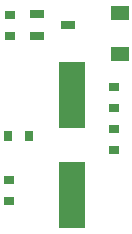
<source format=gbp>
G04 Layer_Color=128*
%FSTAX24Y24*%
%MOIN*%
G70*
G01*
G75*
%ADD20R,0.0374X0.0315*%
%ADD21R,0.0315X0.0374*%
%ADD22R,0.0630X0.0492*%
%ADD23R,0.0472X0.0256*%
%ADD24R,0.0900X0.2200*%
D20*
X0431Y022246D02*
D03*
Y022954D02*
D03*
X043154Y027746D02*
D03*
Y028454D02*
D03*
X0466Y025346D02*
D03*
Y026054D02*
D03*
Y024654D02*
D03*
Y023946D02*
D03*
D21*
X04378Y0244D02*
D03*
X043071D02*
D03*
D22*
X0468Y02851D02*
D03*
Y027152D02*
D03*
D23*
X045077Y0281D02*
D03*
X044032Y027726D02*
D03*
Y028474D02*
D03*
D24*
X0452Y025773D02*
D03*
Y022427D02*
D03*
M02*

</source>
